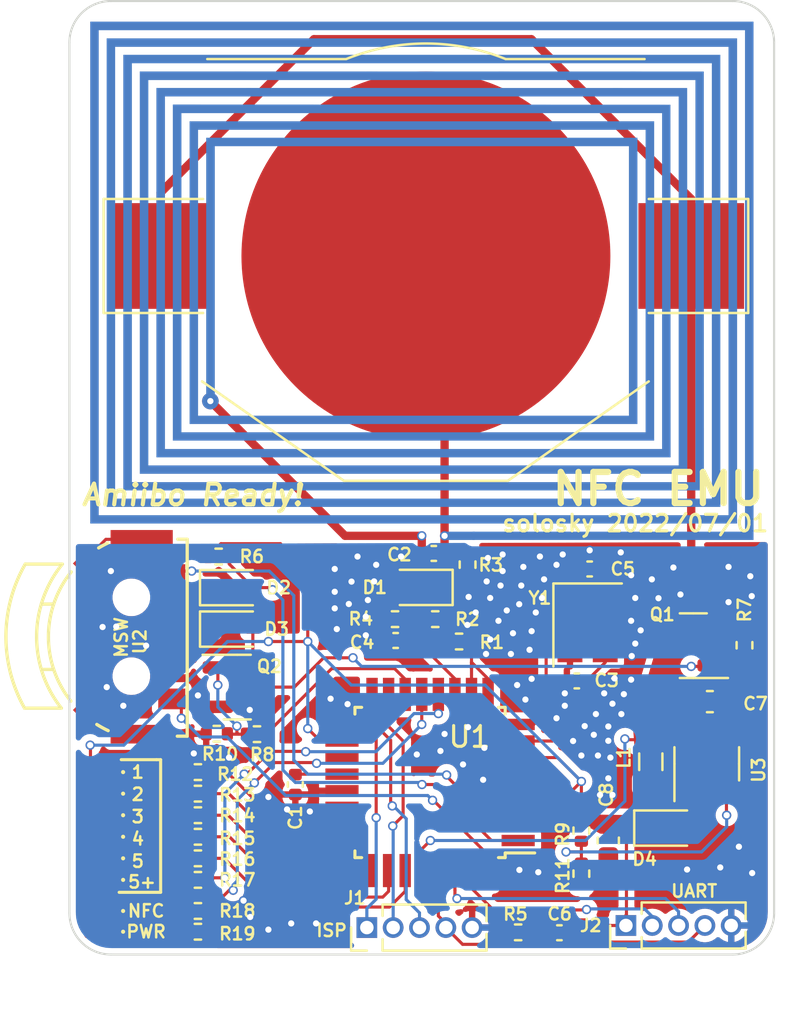
<source format=kicad_pcb>
(kicad_pcb (version 20211014) (generator pcbnew)
  (layers (0 "F.Cu" signal) (31 "B.Cu" signal) (34 "B.Paste" user) (35 "F.Paste" user) (36 "B.SilkS" user "B.Silkscreen") (37 "F.SilkS" user "F.Silkscreen") (38 "B.Mask" user) (39 "F.Mask" user) (44 "Edge.Cuts" user))
  (net 0 "")
  (net 1 "GND")
  (net 2 "/AIN1")
  (net 3 "Net-(C3-Pad1)")
  (net 4 "+BATT")
  (net 5 "Net-(D1-Pad1)")
  (net 6 "Net-(C1-Pad1)")
  (net 7 "+5V")
  (net 8 "/SPI_CLK")
  (net 9 "/SPI_MOSI")
  (net 10 "/SPI_MISO")
  (net 11 "/RESET")
  (net 12 "/AIN0")
  (net 13 "Net-(C5-Pad1)")
  (net 14 "Net-(AE1-Pad2)")
  (net 15 "/K2")
  (net 16 "Net-(D3-Pad2)")
  (net 17 "Net-(D4-Pad2)")
  (net 18 "Net-(D5-Pad1)")
  (net 19 "Net-(D6-Pad1)")
  (net 20 "Net-(D7-Pad1)")
  (net 21 "Net-(D8-Pad1)")
  (net 22 "Net-(D9-Pad1)")
  (net 23 "Net-(D10-Pad1)")
  (net 24 "Net-(D11-Pad1)")
  (net 25 "Net-(D12-Pad1)")
  (net 26 "Net-(Q2-Pad1)")
  (net 27 "/PWR_HOLD")
  (net 28 "/BAT_ADC")
  (net 29 "/TXD")
  (net 30 "/D1")
  (net 31 "/RXD")
  (net 32 "/D2")
  (net 33 "/D3")
  (net 34 "/D4")
  (net 35 "/D5")
  (net 36 "/D5+")
  (net 37 "/D_STA")
  (net 38 "/K1")
  (net 39 "/K3")
  (net 40 "Net-(U2-Pad5)")
  (net 42 "/K2_DET")
  (net 43 "/DTR")
  (net 46 "Net-(R11-Pad2)")
  (footprint "LED_SMD:LED_0402_1005Metric" (layer "F.Cu") (at 121.5 108.24 180)
    (fp_text reference "D6" hide)
    (fp_text value "LED_Small")
  )
  (footprint "Capacitor_SMD:C_0402_1005Metric" (layer "F.Cu") (at 137.58 96.65)
    (fp_text reference "C2")
    (fp_text value "30p")
  )
  (footprint "Resistor_SMD:R_0402_1005Metric" (layer "F.Cu") (at 127.2 96.8 180)
    (fp_text reference "R6")
    (fp_text value "10K")
  )
  (footprint "LED_SMD:LED_0402_1005Metric" (layer "F.Cu") (at 121.5 113.9 180)
    (fp_text reference "D11" hide)
    (fp_text value "LED_Small")
  )
  (footprint "LED_SMD:LED_0402_1005Metric" (layer "F.Cu") (at 121.5 112.4 180)
    (fp_text reference "D10" hide)
    (fp_text value "LED_Small")
  )
  (footprint "Resistor_SMD:R_0402_1005Metric" (layer "F.Cu") (at 126.2 114.9 180)
    (fp_text reference "R19")
    (fp_text value "20K")
  )
  (footprint "Resistor_SMD:R_0402_1005Metric" (layer "F.Cu") (at 141.65 114.93)
    (fp_text reference "R5")
    (fp_text value "10K")
  )
  (footprint "Capacitor_SMD:C_0402_1005Metric" (layer "F.Cu") (at 143.64 114.95 180)
    (fp_text reference "C6")
    (fp_text value "0.1uF")
  )
  (footprint "Resistor_SMD:R_0402_1005Metric" (layer "F.Cu") (at 126.2 113.9 180)
    (fp_text reference "R18")
    (fp_text value "20K")
  )
  (footprint "Package_TO_SOT_SMD:SOT-23" (layer "F.Cu") (at 128.1 103.1)
    (fp_text reference "Q2")
    (fp_text value "Q_NPN_BEC")
  )
  (footprint "Diode_SMD:D_SOD-323" (layer "F.Cu") (at 148.75 109.9)
    (fp_text reference "D4")
    (fp_text value "D_Small")
  )
  (footprint "Diode_SMD:D_SOD-323" (layer "F.Cu") (at 127.8 100.3)
    (fp_text reference "D3")
    (fp_text value "D_Small")
  )
  (footprint "Resistor_SMD:R_0402_1005Metric" (layer "F.Cu") (at 126.2 110.32 180)
    (fp_text reference "R15")
    (fp_text value "20K")
  )
  (footprint "Resistor_SMD:R_0402_1005Metric" (layer "F.Cu") (at 138.8 100.9 180)
    (fp_text reference "R1")
    (fp_text value "470")
  )
  (footprint "Resistor_SMD:R_0402_1005Metric" (layer "F.Cu") (at 144.7 110.025 -90)
    (fp_text reference "R9")
    (fp_text value "732K")
  )
  (footprint "Resistor_SMD:R_0402_1005Metric" (layer "F.Cu") (at 126.2 108.24 180)
    (fp_text reference "R13")
    (fp_text value "20K")
  )
  (footprint "Package_TO_SOT_SMD:TSOT-23-6" (layer "F.Cu") (at 150.75 106.8 90)
    (fp_text reference "U3")
    (fp_text value "SX1308")
  )
  (footprint "LED_SMD:LED_0402_1005Metric" (layer "F.Cu") (at 121.5 110.32 180)
    (fp_text reference "D8" hide)
    (fp_text value "LED_Small")
  )
  (footprint "Capacitor_SMD:C_0402_1005Metric" (layer "F.Cu") (at 144.48 102.8 180)
    (fp_text reference "C3")
    (fp_text value "22pF")
  )
  (footprint "LED_SMD:LED_0402_1005Metric" (layer "F.Cu") (at 121.5 114.9 180)
    (fp_text reference "D12" hide)
    (fp_text value "LED_Small")
  )
  (footprint "Battery:BatteryHolder_Keystone_3002_1x2032" (layer "F.Cu") (at 137.2 82.3)
    (fp_text reference "BT1" hide)
    (fp_text value "Battery_Cell")
  )
  (footprint "Capacitor_SMD:C_0402_1005Metric" (layer "F.Cu") (at 145.1 97.4)
    (fp_text reference "C5")
    (fp_text value "22pF")
  )
  (footprint "LED_SMD:LED_0402_1005Metric" (layer "F.Cu") (at 121.5 109.28 180)
    (fp_text reference "D7" hide)
    (fp_text value "LED_Small")
  )
  (footprint "Capacitor_SMD:C_0402_1005Metric" (layer "F.Cu") (at 135.74 100.85 180)
    (fp_text reference "C4")
    (fp_text value "10nF")
  )
  (footprint "Diode_SMD:D_SOD-323" (layer "F.Cu") (at 136.99 98.29 180)
    (fp_text reference "D1")
    (fp_text value "D_Small")
  )
  (footprint "Resistor_SMD:R_0402_1005Metric" (layer "F.Cu") (at 137.65 99.82)
    (fp_text reference "R2")
    (fp_text value "20K")
  )
  (footprint "Diode_SMD:D_SOD-323" (layer "F.Cu") (at 127.8 98.3)
    (fp_text reference "D2")
    (fp_text value "D_Small")
  )
  (footprint "Resistor_SMD:R_0402_1005Metric" (layer "F.Cu") (at 126.2 112.4 180)
    (fp_text reference "R17")
    (fp_text value "20K")
  )
  (footprint "Resistor_SMD:R_0402_1005Metric" (layer "F.Cu") (at 126.2 111.36 180)
    (fp_text reference "R16")
    (fp_text value "20K")
  )
  (footprint "LED_SMD:LED_0402_1005Metric" (layer "F.Cu") (at 121.5 111.36 180)
    (fp_text reference "D9" hide)
    (fp_text value "LED_Small")
  )
  (footprint "Package_QFP:TQFP-32_7x7mm_P0.8mm" (layer "F.Cu") (at 137.4 107.7 180)
    (fp_text reference "U1")
    (fp_text value "ATmega328P-A")
  )
  (footprint "Capacitor_SMD:C_0603_1608Metric" (layer "F.Cu") (at 146 110.5 -90)
    (fp_text reference "C8")
    (fp_text value "10uF")
  )
  (footprint "Capacitor_SMD:C_0402_1005Metric" (layer "F.Cu") (at 130.9 107.8 -90)
    (fp_text reference "C1")
    (fp_text value "0.1uF")
  )
  (footprint "Connector_PinHeader_1.27mm:PinHeader_1x05_P1.27mm_Vertical" (layer "F.Cu") (at 134.35 114.7 90)
    (fp_text reference "J1")
    (fp_text value "Conn_01x05")
  )
  (footprint "Resistor_SMD:R_0402_1005Metric" (layer "F.Cu") (at 126.2 107.2 180)
    (fp_text reference "R12")
    (fp_text value "20K")
  )
  (footprint "Capacitor_SMD:C_0603_1608Metric" (layer "F.Cu") (at 150.9 103.8)
    (fp_text reference "C7")
    (fp_text value "10uF")
  )
  (footprint "LED_SMD:LED_0402_1005Metric" (layer "F.Cu") (at 121.5 107.2 180)
    (fp_text reference "D5" hide)
    (fp_text value "LED_Small")
  )
  (footprint "Resistor_SMD:R_0402_1005Metric" (layer "F.Cu") (at 139.21 97.19 -90)
    (fp_text reference "R3")
    (fp_text value "2K")
  )
  (footprint "MyLib:MSW" (layer "F.Cu") (at 123.9865 100.67 90)
    (fp_text reference "U2")
    (fp_text value "MSW")
  )
  (footprint "Resistor_SMD:R_0402_1005Metric" (layer "F.Cu") (at 129.05 105.37)
    (fp_text reference "R8")
    (fp_text value "1K")
  )
  (footprint "Inductor_SMD:L_0805_2012Metric" (layer "F.Cu") (at 148.05 106.7 90)
    (fp_text reference "L1")
    (fp_text value "4.7uH")
  )
  (footprint "Crystal:Crystal_SMD_3225-4Pin_3.2x2.5mm" (layer "F.Cu") (at 145 100.1 -90)
    (fp_text reference "Y1")
    (fp_text value "13.56Mhz")
  )
  (footprint "Resistor_SMD:R_0402_1005Metric" (layer "F.Cu") (at 126.2 109.28 180)
    (fp_text reference "R14")
    (fp_text value "20K")
  )
  (footprint "Resistor_SMD:R_0402_1005Metric" (layer "F.Cu") (at 127.11 105.35)
    (fp_text reference "R10")
    (fp_text value "10K")
  )
  (footprint "Resistor_SMD:R_0402_1005Metric" (layer "F.Cu") (at 152.57 101.08 90)
    (fp_text reference "R7")
    (fp_text value "10K")
  )
  (footprint "Package_TO_SOT_SMD:SOT-23" (layer "F.Cu") (at 150.1 101.1 180)
    (fp_text reference "Q1")
    (fp_text value "AO3401A")
  )
  (footprint "Connector_PinHeader_1.27mm:PinHeader_1x05_P1.27mm_Vertical" (layer "F.Cu") (at 146.85 114.6 90)
    (fp_text reference "J2")
    (fp_text value "Conn_01x05")
  )
  (footprint "Resistor_SMD:R_0402_1005Metric" (layer "F.Cu") (at 135.71 99.82)
    (fp_text reference "R4")
    (fp_text value "20K")
  )
  (footprint "Resistor_SMD:R_0402_1005Metric" (layer "F.Cu") (at 144.7 112.1 90)
    (fp_text reference "R11")
    (fp_text value "100K")
  )
  (footprint "MyLib:NFC_ANT2" (layer "B.Cu") (at 137 83 180)
    (fp_text reference "AE1" hide)
    (fp_text value "Antenna_Loop" hide)
  )
  (gr_line (start 124.2 106.6) (end 124.4 106.6) (layer "F.SilkS") (width 0.15))
  (gr_line (start 124.4 113) (end 122.4 113) (layer "F.SilkS") (width 0.15))
  (gr_line (start 122.5 106.6) (end 124.2 106.6) (layer "F.SilkS") (width 0.15))
  (gr_line (start 124.4 106.6) (end 124.4 113) (layer "F.SilkS") (width 0.15))
  (gr_line (start 122 116) (end 152 116) (layer "Edge.Cuts") (width 0.1))
  (gr_arc (start 122 116) (mid 120.585786 115.414214) (end 120 114) (layer "Edge.Cuts") (width 0.1))
  (gr_line (start 152 70) (end 122 70) (layer "Edge.Cuts") (width 0.1))
  (gr_arc (start 120 72) (mid 120.585786 70.585786) (end 122 70) (layer "Edge.Cuts") (width 0.1))
  (gr_line (start 154 114) (end 154 72) (layer "Edge.Cuts") (width 0.1))
  (gr_arc (start 154 114) (mid 153.414214 115.414214) (end 152 116) (layer "Edge.Cuts") (width 0.1))
  (gr_arc (start 152 70) (mid 153.414214 70.585786) (end 154 72) (layer "Edge.Cuts") (width 0.1))
  (gr_line (start 120 72) (end 120 114) (layer "Edge.Cuts") (width 0.1))
  (gr_text "PWR" (at 123.7 114.9) (layer "F.SilkS") (effects (font (size 0.6 0.6) (thickness 0.12))))
  (gr_text "ISP" (at 132.65 114.84) (layer "F.SilkS") (effects (font (size 0.6 0.6) (thickness 0.12))))
  (gr_text "UART" (at 150.14 112.94) (layer "F.SilkS") (effects (font (size 0.6 0.6) (thickness 0.12))))
  (gr_text "2" (at 123.3 108.275) (layer "F.SilkS") (effects (font (size 0.6 0.6) (thickness 0.12))))
  (gr_text "3" (at 123.3 109.35) (layer "F.SilkS") (effects (font (size 0.6 0.6) (thickness 0.12))))
  (gr_text "NFC" (at 123.7 113.9) (layer "F.SilkS") (effects (font (size 0.6 0.6) (thickness 0.12))))
  (gr_text "5" (at 123.3 111.5) (layer "F.SilkS") (effects (font (size 0.6 0.6) (thickness 0.12))))
  (gr_text "5+" (at 123.5 112.5) (layer "F.SilkS") (effects (font (size 0.6 0.6) (thickness 0.12))))
  (gr_text "4" (at 123.3 110.425) (layer "F.SilkS") (effects (font (size 0.6 0.6) (thickness 0.12))))
  (gr_text "Amiibo Ready!" (at 125.95 93.83) (layer "F.SilkS") (effects (font (size 1 1) (thickness 0.2) italic)))
  (gr_text "1" (at 123.3 107.2) (layer "F.SilkS") (effects (font (size 0.6 0.6) (thickness 0.12))))
  (gr_text "solosky 2022/07/01" (at 147.3 95.2) (layer "F.SilkS") (effects (font (size 0.8 0.8))))
  (gr_text "NFC EMU" (at 148.42 93.54) (layer "F.SilkS") (effects (font (size 1.5 1.5) (thickness 0.3))))
  (segment (start 127.1625 104.05) (end 126.75 104.05) (width 0.15) (layer "F.Cu") (net 1))
  (segment (start 126.6 105.35) (end 126.6 104.6125) (width 0.15) (layer "F.Cu") (net 1))
  (segment (start 126.6 104.6125) (end 127.1625 104.05) (width 0.15) (layer "F.Cu") (net 1))
  (segment (start 138.1 83.2) (end 137.2 82.3) (width 0.15) (layer "F.Cu") (net 1))
  (segment (start 126.75 104.05) (end 126.2 103.5) (width 0.15) (layer "F.Cu") (net 1))
  (segment (start 138.1 95.8) (end 138.1 96.61) (width 0.4) (layer "F.Cu") (net 1))
  (segment (start 138.1 96.61) (end 138.06 96.65) (width 0.15) (layer "F.Cu") (net 1))
  (segment (start 138.1 95.8) (end 138.1 83.2) (width 0.4) (layer "F.Cu") (net 1))
  (via (at 132.8 98.5) (size 0.45) (drill 0.3) (layers "F.Cu" "B.Cu") (net 1))
  (via (at 132.9 100.3) (size 0.45) (drill 0.3) (layers "F.Cu" "B.Cu") (net 1))
  (via (at 143.9 104) (size 0.45) (drill 0.3) (layers "F.Cu" "B.Cu") (net 1))
  (via (at 122.26 100.18) (size 0.45) (drill 0.3) (layers "F.Cu" "B.Cu") (net 1))
  (via (at 141.9 97.3) (size 0.45) (drill 0.3) (layers "F.Cu" "B.Cu") (net 1))
  (via (at 134.7 98) (size 0.45) (drill 0.3) (layers "F.Cu" "B.Cu") (net 1))
  (via (at 147.1 99.9) (size 0.45) (drill 0.3) (layers "F.Cu" "B.Cu") (net 1))
  (via (at 132.8 97.4) (size 0.45) (drill 0.3) (layers "F.Cu" "B.Cu") (net 1))
  (via (at 144.7 106.4) (size 0.45) (drill 0.3) (layers "F.Cu" "B.Cu") (net 1))
  (via (at 131.9 114.5) (size 0.45) (drill 0.3) (layers "F.Cu" "B.Cu") (net 1))
  (via (at 152.92 98.71) (size 0.45) (drill 0.3) (layers "F.Cu" "B.Cu") (net 1))
  (via (at 147.56 100.36) (size 0.45) (drill 0.3) (layers "F.Cu" "B.Cu") (net 1))
  (via (at 131.6 109.1) (size 0.45) (drill 0.3) (layers "F.Cu" "B.Cu") (net 1))
  (via (at 122.6 104) (size 0.45) (drill 0.3) (layers "F.Cu" "B.Cu") (net 1))
  (via (at 123.7 101.1) (size 0.45) (drill 0.3) (layers "F.Cu" "B.Cu") (net 1))
  (via (at 139.2 100.1) (size 0.45) (drill 0.3) (layers "F.Cu" "B.Cu") (net 1))
  (via (at 134.8 97.2) (size 0.45) (drill 0.3) (layers "F.Cu" "B.Cu") (net 1))
  (via (at 146.63 104.4) (size 0.45) (drill 0.3) (layers "F.Cu" "B.Cu") (net 1))
  (via (at 142.2 101.3) (size 0.45) (drill 0.3) (layers "F.Cu" "B.Cu") (net 1))
  (via (at 140.02 106.03) (size 0.45) (drill 0.3) (layers "F.Cu" "B.Cu") (net 1))
  (via (at 141.3 101.5) (size 0.45) (drill 0.3) (layers "F.Cu" "B.Cu") (net 1))
  (via (at 134.4 98.9) (size 0.45) (drill 0.3) (layers "F.Cu" "B.Cu") (net 1))
  (via (at 128.72 114.19) (size 0.45) (drill 0.3) (layers "F.Cu" "B.Cu") (net 1))
  (via (at 146 107.5) (size 0.45) (drill 0.3) (layers "F.Cu" "B.Cu") (net 1))
  (via (at 121.6 100.2) (size 0.45) (drill 0.3) (layers "F.Cu" "B.Cu") (net 1))
  (via (at 146.75 103.44) (size 0.45) (drill 0.3) (layers "F.Cu" "B.Cu") (net 1))
  (via (at 134.3 99.7) (size 0.45) (drill 0.3) (layers "F.Cu" "B.Cu") (net 1))
  (via (at 145.8 103.4) (size 0.45) (drill 0.3) (layers "F.Cu" "B.Cu") (net 1))
  (via (at 145.5 106.4) (size 0.45) (drill 0.3) (layers "F.Cu" "B.Cu") (net 1))
  (via (at 142.5 99.5) (size 0.45) (drill 0.3) (layers "F.Cu" "B.Cu") (net 1))
  (via (at 128.4 113.4) (size 0.45) (drill 0.3) (layers "F.Cu" "B.Cu") (net 1))
  (via (at 146 105.69) (size 0.45) (drill 0.3) (layers "F.Cu" "B.Cu") (net 1))
  (via (at 140.9 97.5) (size 0.45) (drill 0.3) (layers "F.Cu" "B.Cu") (net 1))
  (via (at 144.3 105.7) (size 0.45) (drill 0.3) (layers "F.Cu" "B.Cu") (net 1))
  (via (at 152.85 97.75) (size 0.45) (drill 0.3) (layers "F.Cu" "B.Cu") (net 1))
  (via (at 141.1 99.4) (size 0.45) (drill 0.3) (layers "F.Cu" "B.Cu") (net 1))
  (via (at 147.3 101) (size 0.45) (drill 0.3) (layers "F.Cu" "B.Cu") (net 1))
  (via (at 126 106.3) (size 0.45) (drill 0.3) (layers "F.Cu" "B.Cu") (net 1))
  (via (at 146.2 108.3) (size 0.45) (drill 0.3) (layers "F.Cu" "B.Cu") (net 1))
  (via (at 152.3 110.8) (size 0.45) (drill 0.3) (layers "F.Cu" "B.Cu") (net 1))
  (via (at 140.13 98) (size 0.45) (drill 0.3) (layers "F.Cu" "B.Cu") (net 1))
  (via (at 142.9 97.9) (size 0.45) (drill 0.3) (layers "F.Cu" "B.Cu") (net 1))
  (via (at 143.9 103.4) (size 0.45) (drill 0.3) (layers "F.Cu" "B.Cu") (net 1))
  (via (at 130.7 114.5) (size 0.45) (drill 0.3) (layers "F.Cu" "B.Cu") (net 1))
  (via (at 143.5 104.6) (size 0.45) (drill 0.3) (layers "F.Cu" "B.Cu") (net 1))
  (via (at 141.6 103) (size 0.45) (drill 0.3) (layers "F.Cu" "B.Cu") (net 1))
  (via (at 140.1 101.5) (size 0.45) (drill 0.3) (layers "F.Cu" "B.Cu") (net 1))
  (via (at 142.3 100.4) (size 0.45) (drill 0.3) (layers "F.Cu" "B.Cu") (net 1))
  (via (at 128.7 104.2) (size 0.45) (drill 0.3) (layers "F.Cu" "B.Cu") (net 1))
  (via (at 145.1 96.5) (size 0.45) (drill 0.3) (layers "F.Cu" "B.Cu") (net 1))
  (via (at 148.42 98.81) (size 0.45) (drill 0.3) (layers "F.Cu" "B.Cu") (net 1))
  (via (at 146.3 102.68) (size 0.45) (drill 0.3) (layers "F.Cu" "B.Cu") (net 1))
  (via (at 149.8 111.9) (size 0.45) (drill 0.3) (layers "F.Cu" "B.Cu") (net 1))
  (via (at 133.9 96.8) (size 0.45) (drill 0.3) (layers "F.Cu" "B.Cu") (net 1))
  (via (at 122 97.5) (size 0.45) (drill 0.3) (layers "F.Cu" "B.Cu") (net 1))
  (via (at 133.48 99.09) (size 0.45) (drill 0.3) (layers "F.Cu" "B.Cu") (net 1))
  (via (at 144.86 104.98) (size 0.45) (drill 0.3) (layers "F.Cu" "B.Cu") (net 1))
  (via (at 141.8 98.2) (size 0.45) (drill 0.3) (layers "F.Cu" "B.Cu") (net 1))
  (via (at 140.3 98.8) (size 0.45) (drill 0.3) (layers "F.Cu" "B.Cu") (net 1))
  (via (at 138.1 95.8) (size 0.45) (drill 0.3) (layers "F.Cu" "B.Cu") (net 1))
  (via (at 127.7 106.5) (size 0.45) (drill 0.3) (layers "F.Cu" "B.Cu") (net 1))
  (via (at 151.8 99) (size 0.45) (drill 0.3) (layers "F.Cu" "B.Cu") (net 1))
  (via (at 141.7 99.1) (size 0.45) (drill 0.3) (layers "F.Cu" "B.Cu") (net 1))
  (via (at 151.8 97.3) (size 0.45) (drill 0.3) (layers "F.Cu" "B.Cu") (net 1))
  (via (at 145.6 108.3) (size 0.45) (drill 0.3) (layers "F.Cu" "B.Cu") (net 1))
  (via (at 140.3 100.8) (size 0.45) (drill 0.3) (layers "F.Cu" "B.Cu") (net 1))
  (via (at 146.1 106.5) (size 0.45) (drill 0.3) (layers "F.Cu" "B.Cu") (net 1))
  (via (at 149.48 98.63) (size 0.45) (drill 0.3) (layers "F.Cu" "B.Cu") (net 1))
  (via (at 139.6 99.5) (size 0.45) (drill 0.3) (layers "F.Cu" "B.Cu") (net 1))
  (via (at 134.3 100.6) (size 0.45) (drill 0.3) (layers "F.Cu" "B.Cu") (net 1))
  (via (at 139.23 105.03) (size 0.45) (drill 0.3) (layers "F.Cu" "B.Cu") (net 1))
  (via (at 147.13 101.6005) (size 0.45) (drill 0.3) (layers "F.Cu" "B.Cu") (net 1))
  (via (at 142.8 98.8) (size 0.45) (drill 0.3) (layers "F.Cu" "B.Cu") (net 1))
  (via (at 132.8 99.3) (size 0.45) (drill 0.3) (layers "F.Cu" "B.Cu") (net 1))
  (via (at 141.4 100.5) (size 0.45) (drill 0.3) (layers "F.Cu" "B.Cu") (net 1))
  (via (at 145.4 104.4) (size 0.45) (drill 0.3) (layers "F.Cu" "B.Cu") (net 1))
  (via (at 151.4 111.8) (size 0.45) (drill 0.3) (layers "F.Cu" "B.Cu") (net 1))
  (via (at 140.8 98.2) (size 0.45) (drill 0.3) (layers "F.Cu" "B.Cu") (net 1))
  (via (at 145.3 105.4) (size 0.45) (drill 0.3) (layers "F.Cu" "B.Cu") (net 1))
  (via (at 143.5 97.2) (size 0.45) (drill 0.3) (layers "F.Cu" "B.Cu") (net 1))
  (via (at 141.71 111.92) (size 0.45) (drill 0.3) (layers "F.Cu" "B.Cu") (net 1))
  (via (at 130.5 109) (size 0.45) (drill 0.3) (layers "F.Cu" "B.Cu") (net 1))
  (via (at 136.76 106.35) (size 0.45) (drill 0.3) (layers "F.Cu" "B.Cu") (net 1))
  (via (at 126.2 103.5) (size 0.45) (drill 0.3) (layers "F.Cu" "B.Cu") (net 1))
  (via (at 140.19 96.87) (size 0.45) (drill 0.3) (layers "F.Cu" "B.Cu") (net 1))
  (via (at 138.99 106.83) (size 0.45) (drill 0.3) (layers "F.Cu" "B.Cu") (net 1))
  (via (at 133.61 98.01) (size 0.45) (drill 0.3) (layers "F.Cu" "B.Cu") (net 1))
  (via (at 140.9 96.7) (size 0.45) (drill 0.3) (layers "F.Cu" "B.Cu") (net 1))
  (via (at 152.94 112.07) (size 0.45) (drill 0.3) (layers "F.Cu" "B.Cu") (net 1))
  (via (at 129.6 114.8) (size 0.45) (drill 0.3) (layers "F.Cu" "B.Cu") (net 1))
  (via (at 129.6 108.4) (size 0.45) (drill 0.3) (layers "F.Cu" "B.Cu") (net 1))
  (via (at 146.6 96.6) (size 0.45) (drill 0.3) (layers "F.Cu" "B.Cu") (net 1))
  (via (at 147.1 102.74) (size 0.45) (drill 0.3) (layers "F.Cu" "B.Cu") (net 1))
  (via (at 142.7 96.8) (size 0.45) (drill 0.3) (layers "F.Cu" "B.Cu") (net 1))
  (via (at 137.9 106.18) (size 0.45) (drill 0.3) (layers "F.Cu" "B.Cu") (net 1))
  (via (at 149.14 97.33) (size 0.45) (drill 0.3) (layers "F.Cu" "B.Cu") (net 1))
  (via (at 147.1 97.7) (size 0.45) (drill 0.3) (layers "F.Cu" "B.Cu") (net 1))
  (via (at 121.8 103.1) (size 0.45) (drill 0.3) (layers "F.Cu" "B.Cu") (net 1))
  (via (at 138.1 105.36) (size 0.45) (drill 0.3) (layers "F.Cu" "B.Cu") (net 1))
  (via (at 133.42 103.92) (size 0.45) (drill 0.3) (layers "F.Cu" "B.Cu") (net 1))
  (via (at 146.2 103.9) (size 0.45) (drill 0.3) (layers "F.Cu" "B.Cu") (net 1))
  (via (at 148.1 97.9) (size 0.45) (drill 0.3) (layers "F.Cu" "B.Cu") (net 1))
  (via (at 142.3 102.7) (size 0.45) (drill 0.3) (layers "F.Cu" "B.Cu") (net 1))
  (via (at 140.7 99.9) (size 0.45) (drill 0.3) (layers "F.Cu" "B.Cu") (net 1))
  (via (at 142.62 112.03) (size 0.45) (drill 0.3) (layers "F.Cu" "B.Cu") (net 1))
  (via (at 143.8 96.7) (size 0.45) (drill 0.3) (layers "F.Cu" "B.Cu") (net 1))
  (via (at 139.26 98.75) (size 0.45) (drill 0.3) (layers "F.Cu" "B.Cu") (net 1))
  (via (at 132.6 103.66) (size 0.45) (drill 0.3) (layers "F.Cu" "B.Cu") (net 1))
  (via (at 136 96.8) (size 0.45) (drill 0.3) (layers "F.Cu" "B.Cu") (net 1))
  (via (at 147.3 98.8) (size 0.45) (drill 0.3) (layers "F.Cu" "B.Cu") (net 1))
  (via (at 146 105) (size 0.45) (drill 0.3) (layers "F.Cu" "B.Cu") (net 1))
  (via (at 142 103.7) (size 0.45) (drill 0.3) (layers "F.Cu" "B.Cu") (net 1))
  (via (at 139.96 107.57) (size 0.45) (drill 0.3) (layers "F.Cu" "B.Cu") (net 1))
  (segment (start 139.5 95.8) (end 138.1 95.8) (width 0.4) (layer "B.Cu") (net 1))
  (segment (start 138.6 103.45) (end 138.6 102.7) (width 0.15) (layer "F.Cu") (net 2))
  (segment (start 136.75 100.85) (end 136.22 100.85) (width 0.15) (layer "F.Cu") (net 2))
  (segment (start 136.22 99.82) (end 137.14 99.82) (width 0.15) (layer "F.Cu") (net 2))
  (segment (start 138.6 102.7) (end 136.75 100.85) (width 0.15) (layer "F.Cu") (net 2))
  (segment (start 136.22 99.82) (end 136.22 100.85) (width 0.15) (layer "F.Cu") (net 2))
  (segment (start 143.3 105.7) (end 144.96 104.04) (width 0.15) (layer "F.Cu") (net 3))
  (segment (start 145.85 101.91) (end 144.96 102.8) (width 0.15) (layer "F.Cu") (net 3))
  (segment (start 141.65 105.7) (end 143.3 105.7) (width 0.15) (layer "F.Cu") (net 3))
  (segment (start 144.96 104.04) (end 144.96 102.8) (width 0.15) (layer "F.Cu") (net 3))
  (segment (start 145.85 101.2) (end 145.85 101.91) (width 0.15) (layer "F.Cu") (net 3))
  (segment (start 131.8 71.84) (end 124.4 79.24) (width 0.4) (layer "F.Cu") (net 4))
  (segment (start 152.01 100.15) (end 151.0375 100.15) (width 0.15) (layer "F.Cu") (net 4))
  (segment (start 150 79.55) (end 142.29 71.84) (width 0.4) (layer "F.Cu") (net 4))
  (segment (start 152.57 100.57) (end 152.43 100.57) (width 0.4) (layer "F.Cu") (net 4))
  (segment (start 151.0375 97.4275) (end 151.0375 100.15) (width 0.4) (layer "F.Cu") (net 4))
  (segment (start 142.29 71.84) (end 131.8 71.84) (width 0.4) (layer "F.Cu") (net 4))
  (segment (start 150 82.3) (end 150 96.39) (width 0.4) (layer "F.Cu") (net 4))
  (segment (start 150 82.3) (end 150 79.55) (width 0.4) (layer "F.Cu") (net 4))
  (segment (start 124.4 79.24) (end 124.4 82.3) (width 0.4) (layer "F.Cu") (net 4))
  (segment (start 150 96.39) (end 151.0375 97.4275) (width 0.4) (layer "F.Cu") (net 4))
  (segment (start 152.43 100.57) (end 152.01 100.15) (width 0.15) (layer "F.Cu") (net 4))
  (segment (start 138.04 99.7) (end 138.16 99.82) (width 0.15) (layer "F.Cu") (net 5))
  (segment (start 138.04 98.29) (end 138.04 99.7) (width 0.15) (layer "F.Cu") (net 5))
  (segment (start 138.16 100.85) (end 138.19 100.88) (width 0.15) (layer "F.Cu") (net 5))
  (segment (start 138.16 99.82) (end 138.16 100.85) (width 0.15) (layer "F.Cu") (net 5))
  (segment (start 138.63 97.7) (end 138.04 98.29) (width 0.15) (layer "F.Cu") (net 5))
  (segment (start 139.21 97.7) (end 138.63 97.7) (width 0.15) (layer "F.Cu") (net 5))
  (segment (start 130.92 107.3) (end 130.9 107.32) (width 0.15) (layer "F.Cu") (net 6))
  (segment (start 133.15 107.3) (end 130.92 107.3) (width 0.15) (layer "F.Cu") (net 6))
  (segment (start 144.87 114.33) (end 142.39 114.33) (width 0.15) (layer "F.Cu") (net 7))
  (segment (start 146.175 109.9) (end 146 109.725) (width 0.15) (layer "F.Cu") (net 7))
  (segment (start 144.7 109.515) (end 145.79 109.515) (width 0.15) (layer "F.Cu") (net 7))
  (segment (start 121.015 105.915) (end 121 105.9) (width 0.15) (layer "F.Cu") (net 7))
  (segment (start 142.39 114.33) (end 142.16 114.56) (width 0.15) (layer "F.Cu") (net 7))
  (segment (start 133.15 105.7) (end 132.1 105.7) (width 0.15) (layer "F.Cu") (net 7))
  (segment (start 145.14 114.6) (end 144.87 114.33) (width 0.15) (layer "F.Cu") (net 7))
  (segment (start 144.25 108.1) (end 144.7 107.65) (width 0.15) (layer "F.Cu") (net 7))
  (segment (start 146 109.725) (end 146.875 110.6) (width 0.15) (layer "F.Cu") (net 7))
  (segment (start 146.875 110.6) (end 146.875 114.075) (width 0.15) (layer "F.Cu") (net 7))
  (segment (start 147.7 109.9) (end 146.175 109.9) (width 0.15) (layer "F.Cu") (net 7))
  (segment (start 127.31 96.18) (end 126.69 96.8) (width 0.15) (layer "F.Cu") (net 7))
  (segment (start 144.7 107.65) (end 143.55 106.5) (width 0.15) (layer "F.Cu") (net 7))
  (segment (start 143.55 106.5) (end 141.65 106.5) (width 0.15) (layer "F.Cu") (net 7))
  (segment (start 131.5 100.9) (end 131.5 97.5) (width 0.15) (layer "F.Cu") (net 7))
  (segment (start 131.5 100.9) (end 129.6 100.9) (width 0.15) (layer "F.Cu") (net 7))
  (segment (start 121.015 107.2) (end 121.015 105.915) (width 0.15) (layer "F.Cu") (net 7))
  (segment (start 130.18 96.18) (end 127.31 96.18) (width 0.15) (layer "F.Cu") (net 7))
  (segment (start 141.65 108.1) (end 144.25 108.1) (width 0.15) (layer "F.Cu") (net 7))
  (segment (start 146.875 114.075) (end 146.85 114.1) (width 0.15) (layer "F.Cu") (net 7))
  (segment (start 146.85 114.6) (end 145.14 114.6) (width 0.15) (layer "F.Cu") (net 7))
  (segment (start 144.7 109.515) (end 144.7 107.65) (width 0.15) (layer "F.Cu") (net 7))
  (segment (start 132.1 105.7) (end 131.5 105.1) (width 0.15) (layer "F.Cu") (net 7))
  (segment (start 121.015 107.2) (end 121.015 114.9) (width 0.15) (layer "F.Cu") (net 7))
  (segment (start 145.79 109.515) (end 146 109.725) (width 0.15) (layer "F.Cu") (net 7))
  (segment (start 131.5 97.5) (end 130.18 96.18) (width 0.15) (layer "F.Cu") (net 7))
  (segment (start 142.16 114.56) (end 142.16 114.93) (width 0.15) (layer "F.Cu") (net 7))
  (via (at 121 105.9) (size 0.45) (drill 0.3) (layers "F.Cu" "B.Cu") (net 7))
  (via (at 131.5 105.1) (size 0.45) (drill 0.3) (layers "F.Cu" "B.Cu") (net 7))
  (via (at 129.6 100.9) (size 0.45) (drill 0.3) (layers "F.Cu" "B.Cu") (net 7))
  (via (at 131.5 100.9) (size 0.45) (drill 0.3) (layers "F.Cu" "B.Cu") (net 7))
  (via (at 144.7 107.65) (size 0.45) (drill 0.3) (layers "F.Cu" "B.Cu") (net 7))
  (segment (start 121 105.9) (end 122.62635 105.9) (width 0.15) (layer "B.Cu") (net 7))
  (segment (start 133.6 103) (end 140.05 103) (width 0.15) (layer "B.Cu") (net 7))
  (segment (start 122.62635 105.9) (end 127.62635 100.9) (width 0.15) (layer "B.Cu") (net 7))
  (segment (start 131.5 100.9) (end 131.5 105.1) (width 0.15) (layer "B.Cu") (net 7))
  (segment (start 131.5 100.9) (end 133.6 103) (width 0.15) (layer "B.Cu") (net 7))
  (segment (start 127.62635 100.9) (end 129.6 100.9) (width 0.15) (layer "B.Cu") (net 7))
  (segment (start 140.05 103) (end 144.7 107.65) (width 0.15) (layer "B.Cu") (net 7))
  (segment (start 134.8 105.531372) (end 134.8 109.4) (width 0.15) (layer "F.Cu") (net 8))
  (segment (start 134.168628 104.9) (end 134.8 105.531372) (width 0.15) (layer "F.Cu") (net 8))
  (segment (start 133.15 104.9) (end 134.168628 104.9) (width 0.15) (layer "F.Cu") (net 8))
  (via (at 134.8 109.4) (size 0.45) (drill 0.3) (layers "F.Cu" "B.Cu") (net 8))
  (segment (start 134.8 113.33) (end 134.35 113.78) (width 0.15) (layer "B.Cu") (net 8))
  (segment (start 134.35 113.78) (end 134.35 114.5) (width 0.15) (layer "B.Cu") (net 8))
  (segment (start 134.8 109.4) (end 134.8 113.33) (width 0.15) (layer "B.Cu") (net 8))
  (segment (start 135.6 109.8) (end 136.1 109.3) (width 0.15) (layer "F.Cu") (net 9))
  (segment (start 136.1 105.7) (end 135.4 105) (width 0.15) (layer "F.Cu") (net 9))
  (segment (start 135.4 105) (end 135.4 103.45) (width 0.15) (layer "F.Cu") (net 9))
  (segment (start 136.1 109.3) (end 136.1 105.7) (width 0.15) (layer "F.Cu") (net 9))
  (via (at 135.6 109.8) (size 0.45) (drill 0.3) (layers "F.Cu" "B.Cu") (net 9))
  (segment (start 135.62 109.82) (end 135.62 114.5) (width 0.15) (layer "B.Cu") (net 9))
  (segment (start 135.6 109.8) (end 135.62 109.82) (width 0.15) (layer "B.Cu") (net 9))
  (segment (start 135.5755 108.830872) (end 135.5 108.755372) (width 0.15) (layer "F.Cu") (net 10))
  (segment (start 135.5 108.755372) (end 135.5 105.665686) (width 0.15) (layer "F.Cu") (net 10))
  (segment (start 134.6 104.765686) (end 134.6 103.45) (width 0.15) (layer "F.Cu") (net 10))
  (segment (start 135.5 105.665686) (end 134.6 104.765686) (width 0.15) (layer "F.Cu") (net 10))
  (via (at 135.5755 108.830872) (size 0.45) (drill 0.3) (layers "F.Cu" "B.Cu") (net 10))
  (segment (start 136.89 113.99) (end 136.89 114.5) (width 0.15) (layer "B.Cu") (net 10))
  (segment (start 135.5755 108.830872) (end 135.630872 108.830872) (width 0.15) (layer "B.Cu") (net 10))
  (segment (start 136.25 109.45) (end 136.25 113.35) (width 0.15) (layer "B.Cu") (net 10))
  (segment (start 136.25 113.35) (end 136.89 113.99) (width 0.15) (layer "B.Cu") (net 10))
  (segment (start 135.630872 108.830872) (end 136.25 109.45) (width 0.15) (layer "B.Cu") (net 10))
  (segment (start 137.8 114.14) (end 138.16 114.5) (width 0.15) (layer "F.Cu") (net 11))
  (segment (start 138.97 115.51) (end 140.56 115.51) (width 0.15) (layer "F.Cu") (net 11))
  (segment (start 138.16 114.7) (end 138.97 115.51) (width 0.15) (layer "F.Cu") (net 11))
  (segment (start 137.8 111.95) (end 137.8 114.14) (width 0.15) (layer "F.Cu") (net 11))
  (segment (start 143.16 114.95) (end 142.53 115.58) (width 0.15) (layer "F.Cu") (net 11))
  (segment (start 140.56 115.51) (end 141.14 114.93) (width 0.15) (layer "F.Cu") (net 11))
  (segment (start 141.79 115.58) (end 141.14 114.93) (width 0.15) (layer "F.Cu") (net 11))
  (segment (start 142.53 115.58) (end 141.79 115.58) (width 0.15) (layer "F.Cu") (net 11))
  (segment (start 140.2 103.45) (end 140.2 102.7) (width 0.15) (layer "F.Cu") (net 12))
  (segment (start 139.4 101.07) (end 139.21 100.88) (width 0.15) (layer "F.Cu") (net 12))
  (segment (start 140.2 102.7) (end 139.4 101.9) (width 0.15) (layer "F.Cu") (net 12))
  (segment (start 139.4 103.45) (end 139.4 102.2) (width 0.15) (layer "F.Cu") (net 12))
  (segment (start 139.4 101.9) (end 139.4 102.2) (width 0.15) (layer "F.Cu") (net 12))
  (segment (start 139.4 102.2) (end 139.4 101.07) (width 0.15) (layer "F.Cu") (net 12))
  (segment (start 144.62 98.53) (end 144.15 99) (width 0.15) (layer "F.Cu") (net 13))
  (segment (start 143 104.3) (end 142.4 104.9) (width 0.15) (layer "F.Cu") (net 13))
  (segment (start 144.15 99) (end 143 100.15) (width 0.15) (layer "F.Cu") (net 13))
  (segment (start 144.62 97.4) (end 144.62 98.53) (width 0.15) (layer "F.Cu") (net 13))
  (segment (start 142.4 104.9) (end 141.65 104.9) (width 0.15) (layer "F.Cu") (net 13))
  (segment (start 143 100.15) (end 143 104.3) (width 0.15) (layer "F.Cu") (net 13))
  (segment (start 137 95.8) (end 137 96.55) (width 0.4) (layer "F.Cu") (net 14))
  (segment (start 126.8 89.3) (end 133.3 95.8) (width 0.4) (layer "F.Cu") (net 14))
  (segment (start 137 96.55) (end 137.1 96.65) (width 0.15) (layer "F.Cu") (net 14))
  (segment (start 133.3 95.8) (end 137 95.8) (width 0.4) (layer "F.Cu") (net 14))
  (segment (start 137.1 96.65) (end 135.94 97.81) (width 0.15) (layer "F.Cu") (net 14))
  (segment (start 135.94 97.81) (end 135.94 98.29) (width 0.15) (layer "F.Cu") (net 14))
  (via (at 137 95.8) (size 0.45) (drill 0.3) (layers "F.Cu" "B.Cu") (net 14))
  (segment (start 126.75 98.69) (end 125.77 99.67) (width 0.15) (layer "F.Cu") (net 15))
  (segment (start 126.75 100.3) (end 126.46 100.3) (width 0.15) (layer "F.Cu") (net 15))
  (segment (start 125.77 99.67) (end 124.9365 99.67) (width 0.15) (layer "F.Cu") (net 15))
  (segment (start 126.75 98.3) (end 126.75 98.69) (width 0.15) (layer "F.Cu") (net 15))
  (segment (start 126.46 100.3) (end 125.83 99.67) (width 0.15) (layer "F.Cu") (net 15))
  (segment (start 125.83 99.67) (end 124.9365 99.67) (width 0.15) (layer "F.Cu") (net 15))
  (segment (start 152.35 101.59) (end 151.89 102.05) (width 0.15) (layer "F.Cu") (net 16))
  (segment (start 152.57 101.59) (end 152.35 101.59) (width 0.15) (layer "F.Cu") (net 16))
  (segment (start 128.85 100.3) (end 128.85 102.9125) (width 0.15) (layer "F.Cu") (net 16))
  (segment (start 132.2645 101.6855) (end 130.85 103.1) (width 0.15) (layer "F.Cu") (net 16))
  (segment (start 150 102.1) (end 150.9875 102.1) (width 0.15) (layer "F.Cu") (net 16))
  (segment (start 133.68 101.6855) (end 132.2645 101.6855) (width 0.15) (layer "F.Cu") (net 16))
  (segment (start 130.85 103.1) (end 129.0375 103.1) (width 0.15) (layer "F.Cu") (net 16))
  (segment (start 151.89 102.05) (end 151.0375 102.05) (width 0.15) (layer "F.Cu") (net 16))
  (segment (start 150.9875 102.1) (end 151.0375 102.05) (width 0.15) (layer "F.Cu") (net 16))
  (segment (start 128.85 102.9125) (end 129.0375 103.1) (width 0.15) (layer "F.Cu") (net 16))
  (via (at 133.68 101.6855) (size 0.45) (drill 0.3) (layers "F.Cu" "B.Cu") (net 16))
  (via (at 150 102.1) (size 0.45) (drill 0.3) (layers "F.Cu" "B.Cu") (net 16))
  (segment (start 133.68 101.6855) (end 134.0945 102.1) (width 0.15) (layer "B.Cu") (net 16))
  (segment (start 134.0945 102.1) (end 150 102.1) (width 0.15) (layer "B.Cu") (net 16))
  (segment (start 149.8 107.9375) (end 149.8 109.9) (width 0.15) (layer "F.Cu") (net 17))
  (segment (start 148.225 107.9375) (end 148.05 107.7625) (width 0.15) (layer "F.Cu") (net 17))
  (segment (start 149.8 107.9375) (end 148.225 107.9375) (width 0.15) (layer "F.Cu") (net 17))
  (segment (start 125.69 107.2) (end 121.985 107.2) (width 0.15) (layer "F.Cu") (net 18))
  (segment (start 125.69 108.24) (end 121.985 108.24) (width 0.15) (layer "F.Cu") (net 19))
  (segment (start 121.985 109.28) (end 125.69 109.28) (width 0.15) (layer "F.Cu") (net 20))
  (segment (start 121.985 110.32) (end 125.69 110.32) (width 0.15) (layer "F.Cu") (net 21))
  (segment (start 125.69 111.36) (end 121.985 111.36) (width 0.15) (layer "F.Cu") (net 22))
  (segment (start 121.985 112.4) (end 125.69 112.4) (width 0.15) (layer "F.Cu") (net 23))
  (segment (start 125.69 113.9) (end 121.985 113.9) (width 0.15) (layer "F.Cu") (net 24))
  (segment (start 121.985 114.9) (end 125.69 114.9) (width 0.15) (layer "F.Cu") (net 25))
  (segment (start 128.08 104.98) (end 128.08 105.3) (width 0.15) (layer "F.Cu") (net 26))
  (segment (start 127.1625 102.15) (end 127.1625 102.9975) (width 0.15) (layer "F.Cu") (net 26))
  (segment (start 128.54 105.37) (end 128.15 105.37) (width 0.15) (layer "F.Cu") (net 26))
  (segment (start 127.64 105.37) (end 127.62 105.35) (width 0.15) (layer "F.Cu") (net 26))
  (segment (start 127.1625 102.9975) (end 127.16 103) (width 0.15) (layer "F.Cu") (net 26))
  (segment (start 128.15 105.37) (end 127.64 105.37) (width 0.15) (layer "F.Cu") (net 26))
  (segment (start 128.08 105.3) (end 128.15 105.37) (width 0.15) (layer "F.Cu") (net 26))
  (via (at 127.16 103) (size 0.45) (drill 0.3) (layers "F.Cu" "B.Cu") (net 26))
  (via (at 128.08 104.98) (size 0.45) (drill 0.3) (layers "F.Cu" "B.Cu") (net 26))
  (segment (start 127.16 104.06) (end 128.08 104.98) (width 0.15) (layer "B.Cu") (net 26))
  (segment (start 127.16 103) (end 127.16 104.06) (width 0.15) (layer "B.Cu") (net 26))
  (segment (start 136.2 103.45) (end 136.2 102.72) (width 0.15) (layer "F.Cu") (net 27))
  (segment (start 136.2 102.72) (end 135.69 102.21) (width 0.15) (layer "F.Cu") (net 27))
  (segment (start 129.56 105.3) (end 129.56 105.37) (width 0.15) (layer "F.Cu") (net 27))
  (segment (start 135.69 102.21) (end 132.65 102.21) (width 0.15) (layer "F.Cu") (net 27))
  (segment (start 132.65 102.21) (end 129.56 105.3) (width 0.15) (layer "F.Cu") (net 27))
  (segment (start 146.8375 105.6375) (end 148.05 105.6375) (width 0.15) (layer "F.Cu") (net 28))
  (segment (start 150.125 103.8) (end 150.125 104.255) (width 0.15) (layer "F.Cu") (net 28))
  (segment (start 137 110.9145) (end 137.4145 110.5) (width 0.15) (layer "F.Cu") (net 28))
  (segment (start 149.8875 103.8) (end 148.05 105.6375) (width 0.15) (layer "F.Cu") (net 28))
  (segment (start 150.125 103.8) (end 149.1625 102.8375) (width 0.15) (layer "F.Cu") (net 28))
  (segment (start 150.75 104.88) (end 150.75 105.6625) (width 0.15) (layer "F.Cu") (net 28))
  (segment (start 146.8 105.6) (end 146.8375 105.6375) (width 0.15) (layer "F.Cu") (net 28))
  (segment (start 150.125 104.255) (end 150.75 104.88) (width 0.15) (layer "F.Cu") (net 28))
  (segment (start 137 111.95) (end 137 110.9145) (width 0.15) (layer "F.Cu") (net 28))
  (segment (start 150.75 105.6625) (end 151.7 105.6625) (width 0.15) (layer "F.Cu") (net 28))
  (segment (start 149.1625 102.8375) (end 149.1625 101.1) (width 0.15) (layer "F.Cu") (net 28))
  (segment (start 150.125 103.8) (end 149.8875 103.8) (width 0.15) (layer "F.Cu") (net 28))
  (via (at 137.4145 110.5) (size 0.45) (drill 0.3) (layers "F.Cu" "B.Cu") (net 28))
  (via (at 146.8 105.6) (size 0.45) (drill 0.3) (layers "F.Cu" "B.Cu") (net 28))
  (segment (start 146.8 108.6) (end 144.9 110.5) (width 0.15) (layer "B.Cu") (net 28))
  (segment (start 146.8 105.6) (end 146.8 108.6) (width 0.15) (layer "B.Cu") (net 28))
  (segment (start 144.9 110.5) (end 137.4145 110.5) (width 0.15) (layer "B.Cu") (net 28))
  (segment (start 144.95 113.83) (end 144.93 113.85) (width 0.15) (layer "F.Cu") (net 29))
  (segment (start 144.93 113.85) (end 140.45 113.85) (width 0.15) (layer "F.Cu") (net 29))
  (segment (start 140.45 113.85) (end 139.4 112.8) (width 0.15) (layer "F.Cu") (net 29))
  (segment (start 139.4 112.8) (end 139.4 111.95) (width 0.15) (layer "F.Cu") (net 29))
  (via (at 144.95 113.83) (size 0.45) (drill 0.3) (layers "F.Cu" "B.Cu") (net 29))
  (segment (start 148.12 114.17) (end 148.12 114.6) (width 0.15) (layer "B.Cu") (net 29))
  (segment (start 144.98 113.8) (end 147.75 113.8) (width 0.15) (layer "B.Cu") (net 29))
  (segment (start 144.95 113.83) (end 144.98 113.8) (width 0.15) (layer "B.Cu") (net 29))
  (segment (start 147.75 113.8) (end 148.12 114.17) (width 0.15) (layer "B.Cu") (net 29))
  (segment (start 130.1 109.7) (end 127.6 107.2) (width 0.15) (layer "F.Cu") (net 30))
  (segment (start 133.15 109.7) (end 130.1 109.7) (width 0.15) (layer "F.Cu") (net 30))
  (segment (start 127.6 107.2) (end 126.71 107.2) (width 0.15) (layer "F.Cu") (net 30))
  (segment (start 138.6 112.9) (end 138.6 113.2) (width 0.15) (layer "F.Cu") (net 31))
  (segment (start 138.6 113.2) (end 138.7 113.3) (width 0.15) (layer "F.Cu") (net 31))
  (segment (start 138.6 111.95) (end 138.6 112.9) (width 0.15) (layer "F.Cu") (net 31))
  (via (at 138.7 113.3) (size 0.45) (drill 0.3) (layers "F.Cu" "B.Cu") (net 31))
  (segment (start 138.7 113.3) (end 148.76 113.3) (width 0.15) (layer "B.Cu") (net 31))
  (segment (start 149.39 113.93) (end 149.39 114.6) (width 0.15) (layer "B.Cu") (net 31))
  (segment (start 148.76 113.3) (end 149.39 113.93) (width 0.15) (layer "B.Cu") (net 31))
  (segment (start 127.69 108.24) (end 126.71 108.24) (width 0.15) (layer "F.Cu") (net 32))
  (segment (start 133.15 110.5) (end 129.95 110.5) (width 0.15) (layer "F.Cu") (net 32))
  (segment (start 129.95 110.5) (end 127.69 108.24) (width 0.15) (layer "F.Cu") (net 32))
  (segment (start 127.66 109.28) (end 126.71 109.28) (width 0.15) (layer "F.Cu") (net 33))
  (segment (start 131.05 112.67) (end 127.66 109.28) (width 0.15) (layer "F.Cu") (net 33))
  (segment (start 134.6 111.95) (end 133.88 112.67) (width 0.15) (layer "F.Cu") (net 33))
  (segment (start 133.88 112.67) (end 131.05 112.67) (width 0.15) (layer "F.Cu") (net 33))
  (segment (start 127.72 110.32) (end 126.71 110.32) (width 0.15) (layer "F.Cu") (net 34))
  (segment (start 130.63 113.23) (end 130.25 112.85) (width 0.15) (layer "F.Cu") (net 34))
  (segment (start 135.4 112.95) (end 135.12 113.23) (width 0.15) (layer "F.Cu") (net 34))
  (segment (start 135.4 111.95) (end 135.4 112.95) (width 0.15) (layer "F.Cu") (net 34))
  (segment (start 130.4 113) (end 127.72 110.32) (width 0.15) (layer "F.Cu") (net 34))
  (segment (start 135.12 113.23) (end 130.63 113.23) (width 0.15) (layer "F.Cu") (net 34))
  (segment (start 136.2 112.95) (end 135.44 113.71) (width 0.15) (layer "F.Cu") (net 35))
  (segment (start 135.44 113.71) (end 129.81 113.71) (width 0.15) (layer "F.Cu") (net 35))
  (segment (start 127.46 111.36) (end 126.71 111.36) (width 0.15) (layer "F.Cu") (net 35))
  (segment (start 136.2 111.95) (end 136.2 112.95) (width 0.15) (layer "F.Cu") (net 35))
  (segment (start 129.81 113.71) (end 127.46 111.36) (width 0.15) (layer "F.Cu") (net 35))
  (segment (start 127.5 112.3) (end 126.81 112.3) (width 0.15) (layer "F.Cu") (net 36))
  (segment (start 126.81 112.3) (end 126.71 112.4) (width 0.15) (layer "F.Cu") (net 36))
  (segment (start 129.665183 106.2) (end 128.573527 107.291656) (width 0.15) (layer "F.Cu") (net 36))
  (segment (start 131.3845 106.2) (end 129.665183 106.2) (width 0.15) (layer "F.Cu") (net 36))
  (segment (start 128.573527 107.291656) (end 128.433413 107.291656) (width 0.15) (layer "F.Cu") (net 36))
  (segment (start 131.4 106.2155) (end 131.3845 106.2) (width 0.15) (layer "F.Cu") (net 36))
  (via (at 131.4 106.2155) (size 0.45) (drill 0.3) (layers "F.Cu" "B.Cu") (net 36))
  (via (at 137.8 104.3755) (size 0.45) (drill 0.3) (layers "F.Cu" "B.Cu") (net 36))
  (via (at 127.5 112.3) (size 0.45) (drill 0.3) (layers "F.Cu" "B.Cu") (net 36))
  (via (at 128.433413 107.291656) (size 0.45) (drill 0.3) (layers "F.Cu" "B.Cu") (net 36))
  (segment (start 137.7995 104.375) (end 137.8 104.3755) (width 0.15) (layer "B.Cu") (net 36))
  (segment (start 134.7845 106.2155) (end 136.625 104.375) (width 0.15) (layer "B.Cu") (net 36))
  (segment (start 131.4 106.2155) (end 134.7845 106.2155) (width 0.15) (layer "B.Cu") (net 36))
  (segment (start 136.625 104.375) (end 137.7995 104.375) (width 0.15) (layer "B.Cu") (net 36))
  (segment (start 128.433413 107.291656) (end 127.5 108.225069) (width 0.15) (layer "B.Cu") (net 36))
  (segment (start 127.5 108.225069) (end 127.5 112.3) (width 0.15) (layer "B.Cu") (net 36))
  (segment (start 131.889999 106.74) (end 129.901756 106.74) (width 0.15) (layer "F.Cu") (net 37))
  (segment (start 129.901756 106.74) (end 128.920878 107.720878) (width 0.15) (layer "F.Cu") (net 37))
  (segment (start 131.925499 106.7755) (end 131.889999 106.74) (width 0.15) (layer "F.Cu") (net 37))
  (segment (start 127.71 112.9) (end 126.71 113.9) (width 0.15) (layer "F.Cu") (net 37))
  (segment (start 137 103.45) (end 137 104.9) (width 0.15) (layer "F.Cu") (net 37))
  (segment (start 127.9 112.9) (end 127.71 112.9) (width 0.15) (layer "F.Cu") (net 37))
  (via (at 128.920878 107.720878) (size 0.45) (drill 0.3) (layers "F.Cu" "B.Cu") (net 37))
  (via (at 131.925499 106.7755) (size 0.45) (drill 0.3) (layers "F.Cu" "B.Cu") (net 37))
  (via (at 127.9 112.9) (size 0.45) (drill 0.3) (layers "F.Cu" "B.Cu") (net 37))
  (via (at 137 104.9) (size 0.45) (drill 0.3) (layers "F.Cu" "B.Cu") (net 37))
  (segment (start 128.1 108.541756) (end 128.1 112.442463) (width 0.15) (layer "B.Cu") (net 37))
  (segment (start 128.1 112.442463) (end 127.9 112.642463) (width 0.15) (layer "B.Cu") (net 37))
  (segment (start 131.925499 106.7755) (end 135.1245 106.7755) (width 0.15) (layer "B.Cu") (net 37))
  (segment (start 135.1245 106.7755) (end 137 104.9) (width 0.15) (layer "B.Cu") (net 37))
  (segment (start 127.9 112.642463) (end 127.9 112.9) (width 0.15) (layer "B.Cu") (net 37))
  (segment (start 128.920878 107.720878) (end 128.1 108.541756) (width 0.15) (layer "B.Cu") (net 37))
  (segment (start 125.4 104.6) (end 125.4 104.1335) (width 0.15) (layer "F.Cu") (net 38))
  (segment (start 140.2 111.2) (end 140.2 111.95) (width 0.15) (layer "F.Cu") (net 38))
  (segment (start 137.56 108.56) (end 140.2 111.2) (width 0.15) (layer "F.Cu") (net 38))
  (segment (start 125.4 104.1335) (end 124.9365 103.67) (width 0.15) (layer "F.Cu") (net 38))
  (segment (start 137.52 108.56) (end 137.56 108.56) (width 0.15) (layer "F.Cu") (net 38))
  (via (at 137.52 108.56) (size 0.45) (drill 0.3) (layers "F.Cu" "B.Cu") (net 38))
  (via (at 125.4 104.6) (size 0.45) (drill 0.3) (layers "F.Cu" "B.Cu") (net 38))
  (segment (start 130.43 108.33) (end 127.605 105.505) (width 0.15) (layer "B.Cu") (net 38))
  (segment (start 127.605 105.505) (end 126.305 105.505) (width 0.15) (layer "B.Cu") (net 38))
  (segment (start 137.29 108.33) (end 130.43 108.33) (width 0.15) (layer "B.Cu") (net 38))
  (segment (start 126.305 105.505) (end 125.4 104.6) (width 0.15) (layer "B.Cu") (net 38))
  (segment (start 137.52 108.56) (end 137.29 108.33) (width 0.15) (layer "B.Cu") (net 38))
  (segment (start 140.5 109.7) (end 141.65 109.7) (width 0.15) (layer "F.Cu") (net 39))
  (segment (start 138.2 107.4) (end 140.5 109.7) (width 0.15) (layer "F.Cu") (net 39))
  (segment (start 125.9 97.5) (end 125.1065 97.5) (width 0.15) (layer "F.Cu") (net 39))
  (segment (start 125.1065 97.5) (end 124.9365 97.67) (width 0.15) (layer "F.Cu") (net 39))
  (segment (start 138.2 107.34) (end 138.2 107.4) (width 0.15) (layer "F.Cu") (net 39))
  (via (at 125.9 97.5) (size 0.45) (drill 0.3) (layers "F.Cu" "B.Cu") (net 39))
  (via (at 138.2 107.34) (size 0.45) (drill 0.3) (layers "F.Cu" "B.Cu") (net 39))
  (segment (start 131.5 107.3) (end 130.825 106.625) (width 0.15) (layer "B.Cu") (net 39))
  (segment (start 129.642463 97.5) (end 125.9 97.5) (width 0.15) (layer "B.Cu") (net 39))
  (segment (start 130.825 106.625) (end 130.825 98.682537) (width 0.15) (layer "B.Cu") (net 39))
  (segment (start 138.16 107.3) (end 131.5 107.3) (width 0.15) (layer "B.Cu") (net 39))
  (segment (start 138.2 107.34) (end 138.16 107.3) (width 0.15) (layer "B.Cu") (net 39))
  (segment (start 130.825 98.682537) (end 129.642463 97.5) (width 0.15) (layer "B.Cu") (net 39))
  (segment (start 120.7825 96.947) (end 120.7825 104.369) (width 0.15) (layer "F.Cu") (net 40))
  (segment (start 121.7595 95.97) (end 120.7825 96.947) (width 0.15) (layer "F.Cu") (net 40))
  (segment (start 121.7695 105.37) (end 120.7755 104.376) (width 0.15) (layer "F.Cu") (net 40))
  (segment (start 123.4865 105.37) (end 121.7695 105.37) (width 0.15) (layer "F.Cu") (net 40))
  (segment (start 120.7825 104.369) (end 120.7755 104.376) (width 0.15) (layer "F.Cu") (net 40))
  (segment (start 123.4865 95.97) (end 121.7595 95.97) (width 0.15) (layer "F.Cu") (net 40))
  (segment (start 129.8 98.4) (end 129.7 98.3) (width 0.15) (layer "F.Cu") (net 42))
  (segment (start 129.7 98.3) (end 128.85 98.3) (width 0.15) (layer "F.Cu") (net 42))
  (segment (start 127.71 96.8) (end 127.71 97.16) (width 0.15) (layer "F.Cu") (net 42))
  (segment (start 137.01 107.7995) (end 137.6595 107.7995) (width 0.15) (layer "F.Cu") (net 42))
  (segment (start 127.71 97.16) (end 128.85 98.3) (width 0.15) (layer "F.Cu") (net 42))
  (segment (start 140.36 110.5) (end 141.65 110.5) (width 0.15) (layer "F.Cu") (net 42))
  (segment (start 137.6595 107.7995) (end 140.36 110.5) (width 0.15) (layer "F.Cu") (net 42))
  (via (at 137.01 107.7995) (size 0.45) (drill 0.3) (layers "F.Cu" "B.Cu") (net 42))
  (via (at 129.8 98.4) (size 0.45) (drill 0.3) (layers "F.Cu" "B.Cu") (net 42))
  (segment (start 137.01 107.7995) (end 137.01 107.781231) (width 0.15) (layer "B.Cu") (net 42))
  (segment (start 130.3 107.1) (end 130.3 98.9) (width 0.15) (layer "B.Cu") (net 42))
  (segment (start 136.928769 107.7) (end 130.9 107.7) (width 0.15) (layer "B.Cu") (net 42))
  (segment (start 130.3 98.9) (end 129.8 98.4) (width 0.15) (layer "B.Cu") (net 42))
  (segment (start 130.9 107.7) (end 130.3 107.1) (width 0.15) (layer "B.Cu") (net 42))
  (segment (start 137.01 107.781231) (end 136.928769 107.7) (width 0.15) (layer "B.Cu") (net 42))
  (segment (start 149.86 115.4) (end 144.57 115.4) (width 0.15) (layer "F.Cu") (net 43))
  (segment (start 144.57 115.4) (end 144.12 114.95) (width 0.15) (layer "F.Cu") (net 43))
  (segment (start 150.66 114.6) (end 149.86 115.4) (width 0.15) (layer "F.Cu") (net 43))
  (segment (start 151.7 107.9375) (end 151.7 109.27) (width 0.15) (layer "F.Cu") (net 46))
  (segment (start 144.63 111.05) (end 144.7 111.12) (width 0.15) (layer "F.Cu") (net 46))
  (segment (start 144.7 111.12) (end 144.7 111.59) (width 0.15) (layer "F.Cu") (net 46))
  (segment (start 144.7 110.535) (end 144.7 111.12) (width 0.15) (layer "F.Cu") (net 46))
  (segment (start 143.96 111.05) (end 144.63 111.05) (width 0.15) (layer "F.Cu") (net 46))
  (segment (start 151.7 109.27) (end 151.71 109.28) (width 0.15) (layer "F.Cu") (net 46))
  (via (at 151.71 109.28) (size 0.45) (drill 0.3) (layers "F.Cu" "B.Cu") (net 46))
  (via (at 143.96 111.05) (size 0.45) (drill 0.3) (layers "F.Cu" "B.Cu") (net 46))
  (segment (start 150.5 111.05) (end 143.96 111.05) (width 0.15) (layer "B.Cu") (net 46))
  (segment (start 151.71 109.28) (end 151.71 109.84) (width 0.15) (layer "B.Cu") (net 46))
  (segment (start 151.71 109.84) (end 150.5 111.05) (width 0.15) (layer "B.Cu") (net 46))
  (zone (net 1) (net_name "GND") (layers F&B.Cu) (connect_pads (clearance 0.308)) (min_thickness 0.254) (fill yes (thermal_gap 0.308) (thermal_bridge_width 0.308) (smoothing fillet))
    (polygon (pts (xy 154 115.7) (xy 120 115.7) (xy 120 96.2) (xy 154 96.1)))
  )
  (zone (net 7) (net_name "+5V") (layer "F.Cu") (priority 1) (connect_pads yes (clearance 0.308)) (min_thickness 0.254) (fill yes (thermal_gap 0.508) (thermal_bridge_width 0.508))
    (polygon (pts (xy 148 109.29) (xy 147.99 110.24) (xy 147.39 110.21) (xy 146.32 110.18) (xy 145.6 110.17) (xy 144.91 109.77) (xy 144.22 109.76) (xy 144.22 109.23)))
  )
  (zone (net 28) (net_name "/BAT_ADC") (layer "F.Cu") (priority 1) (connect_pads yes (clearance 0.308)) (min_thickness 0.254) (fill yes (thermal_gap 0.508) (thermal_bridge_width 0.508))
    (polygon (pts (xy 149.68 102.96) (xy 150.56 103.15) (xy 150.63 104.19) (xy 151.09 104.88) (xy 151.989857 105.03) (xy 151.999857 106.28) (xy 150.449857 106.22) (xy 150.32 104.77) (xy 150.12 104.58) (xy 149.43 104.55) (xy 148.67 105.34) (xy 148.65 106.1) (xy 147.269857 106.09) (xy 147.189857 105) (xy 148.419857 100.88) (xy 149.669857 100.85)))
  )
  (zone (net 17) (net_name "Net-(D4-Pad2)") (layer "F.Cu") (priority 1) (connect_pads yes (clearance 0.308)) (min_thickness 0.254) (fill yes (thermal_gap 0.508) (thermal_bridge_width 0.508))
    (polygon (pts (xy 150.11 108.52) (xy 150.26 110.21) (xy 149.38 110.21) (xy 149.29 109.27) (xy 149.08 108.69) (xy 148.83 108.49) (xy 147.5 108.21) (xy 147.49 107.38) (xy 147.54 107.29) (xy 150.08 107.29)))
  )
)
</source>
